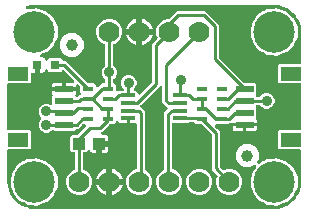
<source format=gbr>
G04 EAGLE Gerber RS-274X export*
G75*
%MOMM*%
%FSLAX34Y34*%
%LPD*%
%INTop Copper*%
%IPPOS*%
%AMOC8*
5,1,8,0,0,1.08239X$1,22.5*%
G01*
%ADD10C,3.516000*%
%ADD11R,1.550000X0.600000*%
%ADD12R,1.800000X1.200000*%
%ADD13C,1.000000*%
%ADD14C,1.778000*%
%ADD15R,1.075000X1.000000*%
%ADD16R,0.800000X0.800000*%
%ADD17R,0.900000X0.450000*%
%ADD18R,1.200000X0.304800*%
%ADD19C,0.254000*%
%ADD20C,0.906400*%

G36*
X228622Y2543D02*
X228622Y2543D01*
X228700Y2545D01*
X232077Y2810D01*
X232145Y2824D01*
X232214Y2829D01*
X232370Y2869D01*
X238794Y4956D01*
X238901Y5006D01*
X239012Y5050D01*
X239063Y5083D01*
X239082Y5091D01*
X239097Y5104D01*
X239148Y5136D01*
X244612Y9107D01*
X244699Y9188D01*
X244746Y9227D01*
X244752Y9231D01*
X244753Y9233D01*
X244791Y9264D01*
X244829Y9310D01*
X244844Y9324D01*
X244855Y9342D01*
X244893Y9388D01*
X246586Y11717D01*
X246599Y11741D01*
X246616Y11761D01*
X246675Y11880D01*
X246739Y11996D01*
X246746Y12022D01*
X246758Y12046D01*
X246785Y12174D01*
X246799Y12185D01*
X246823Y12196D01*
X246925Y12281D01*
X247031Y12361D01*
X247048Y12381D01*
X247068Y12398D01*
X247171Y12522D01*
X248864Y14852D01*
X248921Y14956D01*
X248985Y15056D01*
X249007Y15113D01*
X249017Y15131D01*
X249022Y15151D01*
X249044Y15206D01*
X251131Y21630D01*
X251144Y21698D01*
X251167Y21764D01*
X251190Y21923D01*
X251455Y25300D01*
X251455Y25304D01*
X251456Y25307D01*
X251455Y25326D01*
X251459Y25400D01*
X251459Y51598D01*
X251444Y51716D01*
X251437Y51835D01*
X251424Y51873D01*
X251419Y51914D01*
X251376Y52024D01*
X251339Y52137D01*
X251317Y52172D01*
X251302Y52209D01*
X251233Y52305D01*
X251169Y52406D01*
X251139Y52434D01*
X251116Y52467D01*
X251024Y52543D01*
X250937Y52624D01*
X250902Y52644D01*
X250871Y52669D01*
X250763Y52720D01*
X250659Y52778D01*
X250619Y52788D01*
X250583Y52805D01*
X250466Y52827D01*
X250351Y52857D01*
X250291Y52861D01*
X250271Y52865D01*
X250250Y52863D01*
X250190Y52867D01*
X232618Y52867D01*
X231427Y54058D01*
X231427Y67742D01*
X232618Y68933D01*
X250190Y68933D01*
X250308Y68948D01*
X250427Y68955D01*
X250465Y68968D01*
X250506Y68973D01*
X250616Y69016D01*
X250729Y69053D01*
X250764Y69075D01*
X250801Y69090D01*
X250897Y69159D01*
X250998Y69223D01*
X251026Y69253D01*
X251059Y69276D01*
X251135Y69368D01*
X251216Y69455D01*
X251236Y69490D01*
X251261Y69521D01*
X251312Y69629D01*
X251370Y69733D01*
X251380Y69773D01*
X251397Y69809D01*
X251419Y69926D01*
X251449Y70041D01*
X251453Y70101D01*
X251457Y70121D01*
X251455Y70142D01*
X251459Y70202D01*
X251459Y107598D01*
X251444Y107716D01*
X251437Y107835D01*
X251424Y107873D01*
X251419Y107914D01*
X251376Y108024D01*
X251339Y108137D01*
X251317Y108172D01*
X251302Y108209D01*
X251233Y108305D01*
X251169Y108406D01*
X251139Y108434D01*
X251116Y108467D01*
X251024Y108543D01*
X250937Y108624D01*
X250902Y108644D01*
X250871Y108669D01*
X250763Y108720D01*
X250659Y108778D01*
X250619Y108788D01*
X250583Y108805D01*
X250466Y108827D01*
X250351Y108857D01*
X250291Y108861D01*
X250271Y108865D01*
X250250Y108863D01*
X250190Y108867D01*
X232618Y108867D01*
X231427Y110058D01*
X231427Y123742D01*
X232618Y124933D01*
X250190Y124933D01*
X250308Y124948D01*
X250427Y124955D01*
X250465Y124968D01*
X250506Y124973D01*
X250616Y125016D01*
X250729Y125053D01*
X250764Y125075D01*
X250801Y125090D01*
X250897Y125159D01*
X250998Y125223D01*
X251026Y125253D01*
X251059Y125276D01*
X251135Y125368D01*
X251216Y125455D01*
X251236Y125490D01*
X251261Y125521D01*
X251312Y125629D01*
X251370Y125733D01*
X251380Y125773D01*
X251397Y125809D01*
X251419Y125926D01*
X251449Y126041D01*
X251453Y126101D01*
X251457Y126121D01*
X251455Y126142D01*
X251459Y126202D01*
X251459Y152400D01*
X251457Y152422D01*
X251455Y152500D01*
X251190Y155877D01*
X251176Y155945D01*
X251171Y156014D01*
X251131Y156170D01*
X249044Y162594D01*
X248993Y162701D01*
X248950Y162812D01*
X248917Y162863D01*
X248909Y162882D01*
X248896Y162897D01*
X248864Y162948D01*
X247171Y165278D01*
X247153Y165297D01*
X247139Y165320D01*
X247044Y165413D01*
X246953Y165509D01*
X246931Y165524D01*
X246912Y165542D01*
X246798Y165608D01*
X246792Y165624D01*
X246789Y165651D01*
X246740Y165775D01*
X246697Y165900D01*
X246682Y165922D01*
X246672Y165947D01*
X246586Y166083D01*
X244893Y168412D01*
X244812Y168499D01*
X244736Y168591D01*
X244690Y168629D01*
X244676Y168644D01*
X244658Y168655D01*
X244612Y168693D01*
X239148Y172664D01*
X239044Y172721D01*
X238944Y172785D01*
X238887Y172807D01*
X238869Y172817D01*
X238849Y172822D01*
X238794Y172844D01*
X232370Y174931D01*
X232302Y174944D01*
X232236Y174967D01*
X232077Y174990D01*
X228700Y175255D01*
X228678Y175254D01*
X228600Y175259D01*
X25400Y175259D01*
X25378Y175257D01*
X25300Y175255D01*
X21923Y174990D01*
X21855Y174976D01*
X21786Y174971D01*
X21630Y174931D01*
X18892Y174041D01*
X18867Y174030D01*
X18842Y174024D01*
X18724Y173963D01*
X18604Y173906D01*
X18583Y173889D01*
X18560Y173877D01*
X18461Y173788D01*
X18359Y173703D01*
X18343Y173682D01*
X18323Y173664D01*
X18250Y173554D01*
X18172Y173446D01*
X18162Y173421D01*
X18147Y173399D01*
X18104Y173274D01*
X18055Y173151D01*
X18051Y173124D01*
X18042Y173099D01*
X18031Y172967D01*
X18015Y172835D01*
X18018Y172809D01*
X18016Y172782D01*
X18038Y172651D01*
X18054Y172519D01*
X18064Y172495D01*
X18068Y172468D01*
X18122Y172347D01*
X18171Y172224D01*
X18187Y172202D01*
X18198Y172178D01*
X18280Y172073D01*
X18358Y171966D01*
X18378Y171949D01*
X18395Y171928D01*
X18501Y171848D01*
X18603Y171763D01*
X18627Y171752D01*
X18648Y171736D01*
X18770Y171684D01*
X18890Y171628D01*
X18917Y171623D01*
X18941Y171612D01*
X19072Y171593D01*
X19203Y171568D01*
X19229Y171569D01*
X19256Y171565D01*
X19416Y171572D01*
X20598Y171696D01*
X20698Y171720D01*
X20799Y171734D01*
X20887Y171764D01*
X20908Y171769D01*
X20920Y171775D01*
X20951Y171786D01*
X21499Y172013D01*
X23543Y172013D01*
X23560Y172015D01*
X23676Y172020D01*
X27504Y172422D01*
X28573Y172075D01*
X28690Y172053D01*
X28805Y172023D01*
X28865Y172019D01*
X28885Y172015D01*
X28906Y172017D01*
X28965Y172013D01*
X29301Y172013D01*
X31209Y171223D01*
X31230Y171217D01*
X31302Y171188D01*
X35466Y169835D01*
X36078Y169285D01*
X36188Y169208D01*
X36297Y169126D01*
X36327Y169111D01*
X36339Y169103D01*
X36359Y169096D01*
X36441Y169055D01*
X36510Y169027D01*
X37805Y167732D01*
X37819Y167721D01*
X37853Y167686D01*
X41687Y164234D01*
X41900Y163756D01*
X41979Y163626D01*
X42250Y162972D01*
X42255Y162963D01*
X42263Y162941D01*
X45092Y156586D01*
X45092Y148214D01*
X42263Y141859D01*
X42260Y141849D01*
X42250Y141828D01*
X41994Y141211D01*
X41975Y141187D01*
X41970Y141179D01*
X41968Y141175D01*
X41963Y141165D01*
X41900Y141044D01*
X41687Y140566D01*
X37853Y137114D01*
X37841Y137100D01*
X37804Y137068D01*
X36510Y135773D01*
X36441Y135745D01*
X36324Y135678D01*
X36204Y135615D01*
X36177Y135594D01*
X36165Y135587D01*
X36149Y135572D01*
X36078Y135515D01*
X35466Y134965D01*
X31302Y133612D01*
X31283Y133603D01*
X31209Y133577D01*
X30883Y133443D01*
X30823Y133408D01*
X30758Y133382D01*
X30685Y133330D01*
X30607Y133285D01*
X30557Y133236D01*
X30500Y133196D01*
X30443Y133126D01*
X30379Y133064D01*
X30342Y133004D01*
X30298Y132951D01*
X30259Y132869D01*
X30212Y132793D01*
X30192Y132726D01*
X30162Y132663D01*
X30145Y132575D01*
X30119Y132489D01*
X30115Y132419D01*
X30102Y132350D01*
X30108Y132261D01*
X30104Y132171D01*
X30118Y132103D01*
X30122Y132033D01*
X30150Y131948D01*
X30168Y131860D01*
X30199Y131797D01*
X30220Y131731D01*
X30268Y131655D01*
X30308Y131574D01*
X30353Y131521D01*
X30390Y131462D01*
X30456Y131400D01*
X30514Y131332D01*
X30571Y131292D01*
X30622Y131244D01*
X30701Y131201D01*
X30774Y131149D01*
X30839Y131124D01*
X30900Y131090D01*
X30987Y131068D01*
X31071Y131036D01*
X31141Y131028D01*
X31208Y131011D01*
X31369Y131001D01*
X32394Y131001D01*
X33041Y130828D01*
X33620Y130493D01*
X34093Y130020D01*
X34428Y129441D01*
X34532Y129051D01*
X34590Y128909D01*
X34646Y128768D01*
X34650Y128763D01*
X34652Y128756D01*
X34743Y128634D01*
X34832Y128511D01*
X34838Y128506D01*
X34842Y128501D01*
X34959Y128406D01*
X35077Y128308D01*
X35084Y128305D01*
X35089Y128301D01*
X35228Y128237D01*
X35365Y128172D01*
X35372Y128171D01*
X35378Y128168D01*
X35529Y128141D01*
X35678Y128113D01*
X35684Y128113D01*
X35691Y128112D01*
X35843Y128123D01*
X35995Y128132D01*
X36001Y128135D01*
X36008Y128135D01*
X36154Y128184D01*
X36297Y128230D01*
X36303Y128234D01*
X36310Y128236D01*
X36438Y128319D01*
X36566Y128401D01*
X36571Y128406D01*
X36576Y128409D01*
X36679Y128520D01*
X36784Y128632D01*
X36787Y128638D01*
X36792Y128643D01*
X36864Y128777D01*
X36938Y128911D01*
X36939Y128917D01*
X36942Y128923D01*
X36979Y129072D01*
X37017Y129219D01*
X37018Y129228D01*
X37019Y129232D01*
X37019Y129243D01*
X37022Y129297D01*
X38218Y130493D01*
X47902Y130493D01*
X49093Y129302D01*
X49093Y129032D01*
X49108Y128914D01*
X49115Y128795D01*
X49128Y128757D01*
X49133Y128716D01*
X49176Y128606D01*
X49213Y128493D01*
X49235Y128458D01*
X49250Y128421D01*
X49319Y128325D01*
X49383Y128224D01*
X49413Y128196D01*
X49436Y128163D01*
X49528Y128087D01*
X49615Y128006D01*
X49650Y127986D01*
X49681Y127961D01*
X49789Y127910D01*
X49893Y127852D01*
X49933Y127842D01*
X49969Y127825D01*
X50086Y127803D01*
X50201Y127773D01*
X50261Y127769D01*
X50281Y127765D01*
X50302Y127767D01*
X50362Y127763D01*
X52223Y127763D01*
X70891Y109094D01*
X70970Y109034D01*
X71042Y108966D01*
X71095Y108937D01*
X71143Y108900D01*
X71234Y108860D01*
X71320Y108812D01*
X71379Y108797D01*
X71434Y108773D01*
X71532Y108758D01*
X71628Y108733D01*
X71728Y108727D01*
X71749Y108723D01*
X71761Y108725D01*
X71789Y108723D01*
X76217Y108723D01*
X77408Y107532D01*
X77408Y106733D01*
X77425Y106595D01*
X77438Y106456D01*
X77445Y106437D01*
X77448Y106417D01*
X77499Y106288D01*
X77546Y106157D01*
X77557Y106140D01*
X77565Y106122D01*
X77646Y106009D01*
X77724Y105894D01*
X77740Y105881D01*
X77751Y105864D01*
X77859Y105775D01*
X77963Y105683D01*
X77981Y105674D01*
X77996Y105661D01*
X78122Y105602D01*
X78246Y105539D01*
X78266Y105534D01*
X78284Y105526D01*
X78420Y105500D01*
X78556Y105469D01*
X78577Y105470D01*
X78596Y105466D01*
X78735Y105475D01*
X78874Y105479D01*
X78894Y105485D01*
X78914Y105486D01*
X79046Y105529D01*
X79180Y105567D01*
X79197Y105578D01*
X79216Y105584D01*
X79334Y105658D01*
X79454Y105729D01*
X79475Y105747D01*
X79485Y105754D01*
X79499Y105769D01*
X79574Y105835D01*
X81640Y107901D01*
X81719Y107958D01*
X81804Y108008D01*
X81879Y108074D01*
X81896Y108086D01*
X81904Y108096D01*
X81925Y108114D01*
X82533Y108723D01*
X84328Y108723D01*
X84446Y108738D01*
X84565Y108745D01*
X84603Y108758D01*
X84644Y108763D01*
X84754Y108806D01*
X84867Y108843D01*
X84902Y108865D01*
X84939Y108880D01*
X85035Y108949D01*
X85136Y109013D01*
X85164Y109043D01*
X85197Y109066D01*
X85273Y109158D01*
X85354Y109245D01*
X85374Y109280D01*
X85399Y109311D01*
X85450Y109419D01*
X85508Y109523D01*
X85518Y109563D01*
X85535Y109599D01*
X85557Y109716D01*
X85587Y109831D01*
X85591Y109891D01*
X85595Y109911D01*
X85593Y109932D01*
X85597Y109992D01*
X85597Y111603D01*
X85585Y111701D01*
X85582Y111800D01*
X85565Y111858D01*
X85557Y111919D01*
X85521Y112011D01*
X85493Y112106D01*
X85463Y112158D01*
X85440Y112214D01*
X85382Y112294D01*
X85332Y112380D01*
X85266Y112455D01*
X85254Y112472D01*
X85244Y112479D01*
X85226Y112501D01*
X83335Y114391D01*
X82335Y116804D01*
X82335Y119416D01*
X83335Y121829D01*
X85226Y123719D01*
X85286Y123798D01*
X85354Y123870D01*
X85383Y123923D01*
X85420Y123971D01*
X85460Y124062D01*
X85508Y124148D01*
X85523Y124207D01*
X85547Y124263D01*
X85562Y124361D01*
X85587Y124456D01*
X85593Y124556D01*
X85597Y124577D01*
X85595Y124589D01*
X85597Y124617D01*
X85597Y141097D01*
X85594Y141127D01*
X85596Y141156D01*
X85574Y141284D01*
X85557Y141413D01*
X85547Y141440D01*
X85542Y141469D01*
X85488Y141588D01*
X85440Y141709D01*
X85423Y141732D01*
X85411Y141759D01*
X85330Y141861D01*
X85254Y141966D01*
X85231Y141985D01*
X85212Y142008D01*
X85109Y142086D01*
X85009Y142169D01*
X84982Y142181D01*
X84958Y142199D01*
X84814Y142270D01*
X82713Y143140D01*
X79640Y146213D01*
X77977Y150227D01*
X77977Y154573D01*
X79640Y158587D01*
X82713Y161660D01*
X86727Y163323D01*
X91073Y163323D01*
X95087Y161660D01*
X98160Y158587D01*
X99823Y154573D01*
X99823Y150227D01*
X98160Y146213D01*
X95087Y143140D01*
X92986Y142270D01*
X92961Y142255D01*
X92933Y142246D01*
X92823Y142177D01*
X92710Y142112D01*
X92689Y142092D01*
X92664Y142076D01*
X92575Y141981D01*
X92482Y141891D01*
X92466Y141866D01*
X92446Y141844D01*
X92383Y141731D01*
X92315Y141620D01*
X92307Y141592D01*
X92292Y141566D01*
X92260Y141440D01*
X92222Y141316D01*
X92220Y141287D01*
X92213Y141258D01*
X92203Y141097D01*
X92203Y124617D01*
X92215Y124519D01*
X92218Y124420D01*
X92235Y124362D01*
X92243Y124301D01*
X92279Y124209D01*
X92307Y124114D01*
X92337Y124062D01*
X92360Y124006D01*
X92418Y123926D01*
X92468Y123840D01*
X92534Y123765D01*
X92546Y123748D01*
X92556Y123741D01*
X92574Y123719D01*
X94465Y121829D01*
X95465Y119416D01*
X95465Y116804D01*
X94465Y114391D01*
X92574Y112501D01*
X92514Y112422D01*
X92446Y112350D01*
X92417Y112297D01*
X92380Y112249D01*
X92340Y112158D01*
X92292Y112072D01*
X92277Y112013D01*
X92253Y111957D01*
X92238Y111859D01*
X92213Y111764D01*
X92207Y111664D01*
X92203Y111643D01*
X92205Y111631D01*
X92203Y111603D01*
X92203Y109992D01*
X92218Y109874D01*
X92225Y109755D01*
X92238Y109717D01*
X92243Y109676D01*
X92286Y109566D01*
X92323Y109453D01*
X92345Y109418D01*
X92360Y109381D01*
X92429Y109285D01*
X92493Y109184D01*
X92523Y109156D01*
X92546Y109123D01*
X92638Y109047D01*
X92725Y108966D01*
X92760Y108946D01*
X92791Y108921D01*
X92899Y108870D01*
X93003Y108812D01*
X93043Y108802D01*
X93079Y108785D01*
X93173Y108767D01*
X94408Y107532D01*
X94408Y103222D01*
X94423Y103104D01*
X94430Y102985D01*
X94443Y102947D01*
X94448Y102906D01*
X94492Y102795D01*
X94528Y102683D01*
X94550Y102648D01*
X94565Y102611D01*
X94634Y102515D01*
X94698Y102414D01*
X94728Y102386D01*
X94751Y102353D01*
X94843Y102277D01*
X94930Y102196D01*
X94965Y102176D01*
X94996Y102151D01*
X95104Y102100D01*
X95208Y102042D01*
X95248Y102032D01*
X95284Y102015D01*
X95401Y101993D01*
X95516Y101963D01*
X95576Y101959D01*
X95596Y101955D01*
X95617Y101957D01*
X95677Y101953D01*
X97378Y101953D01*
X97477Y101965D01*
X97576Y101968D01*
X97634Y101985D01*
X97694Y101993D01*
X97786Y102029D01*
X97881Y102057D01*
X97933Y102087D01*
X97990Y102110D01*
X98070Y102168D01*
X98136Y102207D01*
X100075Y102207D01*
X100213Y102224D01*
X100351Y102237D01*
X100370Y102244D01*
X100391Y102247D01*
X100520Y102298D01*
X100651Y102345D01*
X100668Y102356D01*
X100686Y102364D01*
X100799Y102445D01*
X100914Y102523D01*
X100927Y102539D01*
X100944Y102550D01*
X101032Y102658D01*
X101124Y102762D01*
X101134Y102780D01*
X101146Y102795D01*
X101206Y102921D01*
X101269Y103045D01*
X101273Y103065D01*
X101282Y103083D01*
X101308Y103220D01*
X101339Y103355D01*
X101338Y103376D01*
X101342Y103395D01*
X101333Y103534D01*
X101329Y103673D01*
X101323Y103693D01*
X101322Y103713D01*
X101279Y103845D01*
X101241Y103979D01*
X101230Y103996D01*
X101224Y104015D01*
X101150Y104133D01*
X101079Y104253D01*
X101060Y104274D01*
X101054Y104284D01*
X101039Y104298D01*
X100973Y104373D01*
X99845Y105501D01*
X98845Y107914D01*
X98845Y110526D01*
X99845Y112939D01*
X101691Y114785D01*
X104104Y115785D01*
X106716Y115785D01*
X109129Y114785D01*
X110975Y112939D01*
X111975Y110526D01*
X111975Y107914D01*
X110975Y105501D01*
X109847Y104373D01*
X109762Y104264D01*
X109674Y104157D01*
X109665Y104138D01*
X109652Y104122D01*
X109597Y103995D01*
X109538Y103869D01*
X109534Y103849D01*
X109526Y103830D01*
X109504Y103692D01*
X109478Y103556D01*
X109479Y103536D01*
X109476Y103516D01*
X109489Y103377D01*
X109498Y103239D01*
X109504Y103220D01*
X109506Y103200D01*
X109553Y103068D01*
X109596Y102937D01*
X109607Y102919D01*
X109614Y102900D01*
X109692Y102785D01*
X109766Y102668D01*
X109781Y102654D01*
X109792Y102637D01*
X109897Y102545D01*
X109998Y102450D01*
X110015Y102440D01*
X110031Y102427D01*
X110155Y102363D01*
X110276Y102296D01*
X110296Y102291D01*
X110314Y102282D01*
X110450Y102252D01*
X110584Y102217D01*
X110612Y102215D01*
X110624Y102212D01*
X110645Y102213D01*
X110745Y102207D01*
X111842Y102207D01*
X113033Y101016D01*
X113033Y100448D01*
X113050Y100310D01*
X113063Y100171D01*
X113070Y100152D01*
X113073Y100132D01*
X113124Y100003D01*
X113171Y99872D01*
X113182Y99855D01*
X113190Y99837D01*
X113271Y99724D01*
X113349Y99609D01*
X113365Y99596D01*
X113376Y99579D01*
X113484Y99491D01*
X113588Y99398D01*
X113606Y99389D01*
X113621Y99376D01*
X113747Y99317D01*
X113871Y99254D01*
X113891Y99249D01*
X113909Y99241D01*
X114045Y99215D01*
X114181Y99184D01*
X114202Y99185D01*
X114221Y99181D01*
X114360Y99190D01*
X114499Y99194D01*
X114519Y99200D01*
X114539Y99201D01*
X114671Y99244D01*
X114805Y99282D01*
X114822Y99293D01*
X114841Y99299D01*
X114959Y99373D01*
X115079Y99444D01*
X115100Y99462D01*
X115110Y99469D01*
X115124Y99484D01*
X115199Y99550D01*
X124596Y108946D01*
X124656Y109025D01*
X124724Y109097D01*
X124753Y109150D01*
X124790Y109198D01*
X124830Y109289D01*
X124878Y109375D01*
X124893Y109434D01*
X124917Y109489D01*
X124932Y109587D01*
X124957Y109683D01*
X124963Y109783D01*
X124967Y109804D01*
X124965Y109816D01*
X124967Y109844D01*
X124967Y142338D01*
X129372Y146743D01*
X129391Y146767D01*
X129413Y146786D01*
X129487Y146892D01*
X129567Y146994D01*
X129579Y147022D01*
X129596Y147046D01*
X129642Y147167D01*
X129694Y147286D01*
X129698Y147315D01*
X129709Y147343D01*
X129723Y147472D01*
X129744Y147600D01*
X129741Y147630D01*
X129744Y147659D01*
X129726Y147788D01*
X129714Y147917D01*
X129704Y147945D01*
X129700Y147974D01*
X129648Y148126D01*
X128777Y150227D01*
X128777Y154573D01*
X130440Y158587D01*
X133513Y161660D01*
X137527Y163323D01*
X139076Y163323D01*
X139174Y163335D01*
X139273Y163338D01*
X139332Y163355D01*
X139392Y163363D01*
X139484Y163399D01*
X139579Y163427D01*
X139631Y163457D01*
X139687Y163480D01*
X139767Y163538D01*
X139853Y163588D01*
X139928Y163654D01*
X139945Y163666D01*
X139953Y163676D01*
X139974Y163694D01*
X143646Y167366D01*
X145952Y169673D01*
X170278Y169673D01*
X181363Y158588D01*
X181363Y131194D01*
X181375Y131095D01*
X181378Y130997D01*
X181395Y130938D01*
X181403Y130878D01*
X181439Y130786D01*
X181467Y130691D01*
X181497Y130639D01*
X181520Y130583D01*
X181578Y130503D01*
X181628Y130417D01*
X181694Y130342D01*
X181706Y130325D01*
X181716Y130317D01*
X181734Y130296D01*
X202726Y109304D01*
X202805Y109244D01*
X202877Y109176D01*
X202930Y109147D01*
X202978Y109110D01*
X203069Y109070D01*
X203155Y109022D01*
X203214Y109007D01*
X203269Y108983D01*
X203367Y108968D01*
X203463Y108943D01*
X203563Y108937D01*
X203584Y108933D01*
X203596Y108935D01*
X203624Y108933D01*
X212052Y108933D01*
X213243Y107742D01*
X213243Y100058D01*
X212982Y99797D01*
X212909Y99703D01*
X212830Y99614D01*
X212812Y99578D01*
X212787Y99546D01*
X212740Y99437D01*
X212686Y99331D01*
X212677Y99292D01*
X212661Y99254D01*
X212642Y99136D01*
X212616Y99021D01*
X212617Y98980D01*
X212611Y98940D01*
X212622Y98822D01*
X212626Y98703D01*
X212637Y98664D01*
X212641Y98624D01*
X212681Y98511D01*
X212714Y98397D01*
X212735Y98362D01*
X212748Y98324D01*
X212815Y98226D01*
X212876Y98123D01*
X212916Y98078D01*
X212927Y98061D01*
X212942Y98048D01*
X212982Y98002D01*
X213410Y97574D01*
X213488Y97514D01*
X213561Y97446D01*
X213614Y97417D01*
X213661Y97380D01*
X213752Y97340D01*
X213839Y97292D01*
X213898Y97277D01*
X213953Y97253D01*
X214051Y97238D01*
X214147Y97213D01*
X214247Y97207D01*
X214267Y97203D01*
X214280Y97205D01*
X214308Y97203D01*
X215663Y97203D01*
X215761Y97215D01*
X215860Y97218D01*
X215918Y97235D01*
X215979Y97243D01*
X216071Y97279D01*
X216166Y97307D01*
X216218Y97337D01*
X216274Y97360D01*
X216354Y97418D01*
X216440Y97468D01*
X216515Y97534D01*
X216532Y97546D01*
X216539Y97556D01*
X216561Y97574D01*
X218531Y99545D01*
X220944Y100545D01*
X223556Y100545D01*
X225969Y99545D01*
X227815Y97699D01*
X228815Y95286D01*
X228815Y92674D01*
X227815Y90261D01*
X225969Y88415D01*
X223556Y87415D01*
X220944Y87415D01*
X218531Y88415D01*
X216721Y90226D01*
X216642Y90286D01*
X216570Y90354D01*
X216517Y90383D01*
X216469Y90420D01*
X216378Y90460D01*
X216292Y90508D01*
X216233Y90523D01*
X216177Y90547D01*
X216079Y90562D01*
X215984Y90587D01*
X215884Y90593D01*
X215863Y90597D01*
X215851Y90595D01*
X215823Y90597D01*
X214308Y90597D01*
X214209Y90585D01*
X214110Y90582D01*
X214052Y90565D01*
X213992Y90557D01*
X213900Y90521D01*
X213805Y90493D01*
X213753Y90463D01*
X213696Y90440D01*
X213616Y90382D01*
X213531Y90332D01*
X213456Y90266D01*
X213439Y90254D01*
X213431Y90244D01*
X213410Y90225D01*
X212982Y89797D01*
X212909Y89703D01*
X212830Y89614D01*
X212812Y89578D01*
X212787Y89546D01*
X212740Y89437D01*
X212686Y89331D01*
X212677Y89291D01*
X212661Y89254D01*
X212642Y89137D01*
X212616Y89021D01*
X212617Y88980D01*
X212611Y88940D01*
X212622Y88821D01*
X212626Y88703D01*
X212637Y88664D01*
X212641Y88624D01*
X212681Y88512D01*
X212714Y88397D01*
X212735Y88362D01*
X212749Y88324D01*
X212815Y88226D01*
X212876Y88123D01*
X212916Y88078D01*
X212927Y88061D01*
X212942Y88048D01*
X212982Y88002D01*
X213243Y87742D01*
X213243Y80033D01*
X213189Y79973D01*
X213171Y79937D01*
X213146Y79905D01*
X213099Y79796D01*
X213045Y79689D01*
X213036Y79650D01*
X213020Y79614D01*
X213001Y79496D01*
X212975Y79379D01*
X212977Y79339D01*
X212970Y79300D01*
X212981Y79181D01*
X212985Y79061D01*
X212996Y79023D01*
X213000Y78983D01*
X213040Y78871D01*
X213074Y78756D01*
X213094Y78721D01*
X213108Y78684D01*
X213155Y78614D01*
X213160Y78605D01*
X213578Y77881D01*
X213751Y77234D01*
X213751Y75399D01*
X203690Y75399D01*
X203572Y75384D01*
X203453Y75377D01*
X203446Y75375D01*
X203390Y75389D01*
X203330Y75393D01*
X203310Y75397D01*
X203290Y75395D01*
X203230Y75399D01*
X192356Y75399D01*
X192258Y75387D01*
X192159Y75384D01*
X192100Y75367D01*
X192040Y75359D01*
X191948Y75323D01*
X191853Y75295D01*
X191801Y75265D01*
X191745Y75242D01*
X191665Y75184D01*
X191585Y75137D01*
X191243Y75137D01*
X191145Y75125D01*
X191046Y75122D01*
X190987Y75105D01*
X190927Y75097D01*
X190835Y75061D01*
X190740Y75033D01*
X190688Y75003D01*
X190632Y74980D01*
X190551Y74922D01*
X190466Y74872D01*
X190391Y74806D01*
X190374Y74794D01*
X190366Y74784D01*
X190345Y74766D01*
X189737Y74157D01*
X179413Y74157D01*
X179275Y74140D01*
X179136Y74127D01*
X179117Y74120D01*
X179097Y74117D01*
X178968Y74066D01*
X178837Y74019D01*
X178820Y74008D01*
X178802Y74000D01*
X178689Y73919D01*
X178574Y73841D01*
X178561Y73825D01*
X178544Y73814D01*
X178455Y73706D01*
X178363Y73602D01*
X178354Y73584D01*
X178341Y73569D01*
X178282Y73443D01*
X178219Y73319D01*
X178214Y73299D01*
X178206Y73281D01*
X178180Y73144D01*
X178149Y73009D01*
X178150Y72988D01*
X178146Y72969D01*
X178155Y72830D01*
X178159Y72691D01*
X178165Y72671D01*
X178166Y72651D01*
X178209Y72519D01*
X178247Y72385D01*
X178258Y72368D01*
X178264Y72349D01*
X178338Y72231D01*
X178409Y72111D01*
X178427Y72090D01*
X178434Y72080D01*
X178449Y72066D01*
X178515Y71991D01*
X180066Y70439D01*
X182373Y68133D01*
X182373Y38724D01*
X182385Y38626D01*
X182388Y38527D01*
X182405Y38468D01*
X182413Y38408D01*
X182449Y38316D01*
X182477Y38221D01*
X182507Y38169D01*
X182530Y38113D01*
X182588Y38033D01*
X182638Y37947D01*
X182704Y37872D01*
X182716Y37855D01*
X182726Y37847D01*
X182744Y37826D01*
X184843Y35728D01*
X184867Y35709D01*
X184886Y35687D01*
X184992Y35612D01*
X185094Y35533D01*
X185122Y35521D01*
X185146Y35504D01*
X185267Y35458D01*
X185386Y35406D01*
X185415Y35402D01*
X185443Y35391D01*
X185572Y35377D01*
X185700Y35356D01*
X185730Y35359D01*
X185759Y35356D01*
X185888Y35374D01*
X186017Y35386D01*
X186045Y35396D01*
X186074Y35400D01*
X186226Y35452D01*
X188327Y36323D01*
X192673Y36323D01*
X196687Y34660D01*
X199760Y31587D01*
X201423Y27573D01*
X201423Y23227D01*
X199760Y19213D01*
X196687Y16140D01*
X192673Y14477D01*
X188327Y14477D01*
X184313Y16140D01*
X181240Y19213D01*
X179577Y23227D01*
X179577Y27573D01*
X180448Y29674D01*
X180455Y29702D01*
X180469Y29728D01*
X180497Y29855D01*
X180531Y29980D01*
X180532Y30010D01*
X180538Y30039D01*
X180534Y30168D01*
X180537Y30298D01*
X180530Y30327D01*
X180529Y30357D01*
X180493Y30481D01*
X180462Y30608D01*
X180449Y30634D01*
X180440Y30662D01*
X180375Y30774D01*
X180314Y30889D01*
X180294Y30911D01*
X180279Y30936D01*
X180172Y31057D01*
X175767Y35462D01*
X175767Y64871D01*
X175755Y64969D01*
X175752Y65068D01*
X175735Y65127D01*
X175727Y65187D01*
X175691Y65279D01*
X175663Y65374D01*
X175633Y65426D01*
X175610Y65482D01*
X175552Y65562D01*
X175502Y65648D01*
X175436Y65723D01*
X175424Y65740D01*
X175414Y65748D01*
X175396Y65769D01*
X167379Y73786D01*
X167300Y73846D01*
X167228Y73914D01*
X167175Y73943D01*
X167127Y73980D01*
X167036Y74020D01*
X166950Y74068D01*
X166891Y74083D01*
X166836Y74107D01*
X166738Y74122D01*
X166642Y74147D01*
X166542Y74153D01*
X166522Y74157D01*
X166509Y74155D01*
X166481Y74157D01*
X162053Y74157D01*
X160735Y75476D01*
X160656Y75536D01*
X160584Y75604D01*
X160531Y75633D01*
X160483Y75670D01*
X160393Y75710D01*
X160306Y75758D01*
X160247Y75773D01*
X160192Y75797D01*
X160094Y75812D01*
X159998Y75837D01*
X159898Y75843D01*
X159878Y75847D01*
X159865Y75845D01*
X159837Y75847D01*
X156622Y75847D01*
X156524Y75835D01*
X156425Y75832D01*
X156366Y75815D01*
X156306Y75807D01*
X156214Y75771D01*
X156119Y75743D01*
X156067Y75713D01*
X156011Y75690D01*
X155930Y75632D01*
X155864Y75593D01*
X143002Y75593D01*
X142884Y75578D01*
X142765Y75571D01*
X142727Y75558D01*
X142686Y75553D01*
X142576Y75510D01*
X142463Y75473D01*
X142428Y75451D01*
X142391Y75436D01*
X142295Y75367D01*
X142194Y75303D01*
X142166Y75273D01*
X142133Y75250D01*
X142057Y75158D01*
X141976Y75071D01*
X141956Y75036D01*
X141931Y75005D01*
X141880Y74897D01*
X141822Y74793D01*
X141812Y74753D01*
X141795Y74717D01*
X141773Y74600D01*
X141743Y74485D01*
X141739Y74425D01*
X141735Y74405D01*
X141737Y74384D01*
X141733Y74324D01*
X141733Y37229D01*
X141736Y37200D01*
X141734Y37170D01*
X141756Y37042D01*
X141773Y36913D01*
X141783Y36886D01*
X141788Y36857D01*
X141842Y36738D01*
X141890Y36618D01*
X141907Y36594D01*
X141919Y36567D01*
X142000Y36465D01*
X142076Y36360D01*
X142099Y36341D01*
X142118Y36318D01*
X142221Y36240D01*
X142321Y36157D01*
X142348Y36145D01*
X142372Y36127D01*
X142516Y36056D01*
X145887Y34660D01*
X148960Y31587D01*
X150623Y27573D01*
X150623Y23227D01*
X148960Y19213D01*
X145887Y16140D01*
X141873Y14477D01*
X137527Y14477D01*
X133513Y16140D01*
X130440Y19213D01*
X128777Y23227D01*
X128777Y27573D01*
X130440Y31587D01*
X133513Y34660D01*
X134344Y35004D01*
X134369Y35019D01*
X134397Y35028D01*
X134507Y35097D01*
X134620Y35162D01*
X134641Y35182D01*
X134666Y35198D01*
X134755Y35292D01*
X134848Y35383D01*
X134864Y35408D01*
X134884Y35430D01*
X134947Y35543D01*
X135015Y35654D01*
X135023Y35682D01*
X135038Y35708D01*
X135070Y35834D01*
X135108Y35958D01*
X135110Y35987D01*
X135117Y36016D01*
X135127Y36177D01*
X135127Y83918D01*
X137942Y86733D01*
X138015Y86827D01*
X138093Y86916D01*
X138112Y86952D01*
X138137Y86984D01*
X138184Y87093D01*
X138238Y87199D01*
X138247Y87238D01*
X138263Y87276D01*
X138282Y87393D01*
X138308Y87509D01*
X138307Y87550D01*
X138313Y87590D01*
X138302Y87708D01*
X138298Y87827D01*
X138287Y87866D01*
X138283Y87906D01*
X138243Y88018D01*
X138210Y88133D01*
X138189Y88168D01*
X138175Y88206D01*
X138108Y88304D01*
X138048Y88407D01*
X138008Y88452D01*
X137997Y88469D01*
X137982Y88482D01*
X137942Y88528D01*
X136164Y90306D01*
X133857Y92612D01*
X133857Y105802D01*
X133840Y105940D01*
X133827Y106079D01*
X133820Y106098D01*
X133817Y106118D01*
X133766Y106247D01*
X133719Y106378D01*
X133708Y106395D01*
X133700Y106413D01*
X133619Y106526D01*
X133541Y106641D01*
X133525Y106654D01*
X133514Y106671D01*
X133406Y106760D01*
X133302Y106852D01*
X133284Y106861D01*
X133269Y106874D01*
X133143Y106933D01*
X133019Y106996D01*
X132999Y107001D01*
X132981Y107009D01*
X132845Y107035D01*
X132709Y107066D01*
X132688Y107065D01*
X132669Y107069D01*
X132530Y107060D01*
X132391Y107056D01*
X132371Y107050D01*
X132351Y107049D01*
X132219Y107006D01*
X132085Y106968D01*
X132068Y106957D01*
X132049Y106951D01*
X131931Y106877D01*
X131811Y106806D01*
X131790Y106788D01*
X131780Y106781D01*
X131766Y106766D01*
X131691Y106700D01*
X129266Y104276D01*
X115423Y90432D01*
X115350Y90338D01*
X115272Y90249D01*
X115253Y90213D01*
X115228Y90181D01*
X115181Y90072D01*
X115127Y89966D01*
X115118Y89927D01*
X115102Y89889D01*
X115083Y89772D01*
X115057Y89656D01*
X115058Y89615D01*
X115052Y89575D01*
X115063Y89457D01*
X115067Y89338D01*
X115078Y89299D01*
X115082Y89259D01*
X115122Y89147D01*
X115155Y89032D01*
X115176Y88997D01*
X115190Y88959D01*
X115256Y88861D01*
X115317Y88758D01*
X115357Y88713D01*
X115368Y88696D01*
X115384Y88683D01*
X115423Y88637D01*
X116566Y87495D01*
X116566Y87494D01*
X118873Y85188D01*
X118873Y36177D01*
X118876Y36147D01*
X118874Y36118D01*
X118896Y35990D01*
X118913Y35861D01*
X118923Y35834D01*
X118928Y35805D01*
X118982Y35686D01*
X119030Y35565D01*
X119047Y35542D01*
X119059Y35515D01*
X119140Y35413D01*
X119216Y35308D01*
X119239Y35289D01*
X119258Y35266D01*
X119361Y35188D01*
X119461Y35105D01*
X119488Y35093D01*
X119512Y35075D01*
X119656Y35004D01*
X120487Y34660D01*
X123560Y31587D01*
X125223Y27573D01*
X125223Y23227D01*
X123560Y19213D01*
X120487Y16140D01*
X116473Y14477D01*
X112127Y14477D01*
X108113Y16140D01*
X105040Y19213D01*
X103377Y23227D01*
X103377Y27573D01*
X105040Y31587D01*
X108113Y34660D01*
X111484Y36056D01*
X111509Y36071D01*
X111537Y36080D01*
X111647Y36149D01*
X111760Y36214D01*
X111781Y36234D01*
X111806Y36250D01*
X111895Y36344D01*
X111988Y36435D01*
X112004Y36460D01*
X112024Y36482D01*
X112087Y36595D01*
X112155Y36706D01*
X112163Y36734D01*
X112178Y36760D01*
X112210Y36886D01*
X112248Y37010D01*
X112250Y37039D01*
X112257Y37068D01*
X112267Y37229D01*
X112267Y73816D01*
X112252Y73934D01*
X112245Y74053D01*
X112232Y74091D01*
X112227Y74132D01*
X112184Y74242D01*
X112147Y74355D01*
X112125Y74390D01*
X112110Y74427D01*
X112041Y74523D01*
X111977Y74624D01*
X111947Y74652D01*
X111924Y74685D01*
X111832Y74761D01*
X111745Y74842D01*
X111710Y74862D01*
X111679Y74887D01*
X111571Y74938D01*
X111467Y74996D01*
X111427Y75006D01*
X111391Y75023D01*
X111274Y75045D01*
X111159Y75075D01*
X111099Y75079D01*
X111079Y75083D01*
X111058Y75081D01*
X110998Y75085D01*
X106269Y75085D01*
X106269Y79150D01*
X106254Y79268D01*
X106247Y79387D01*
X106235Y79425D01*
X106230Y79465D01*
X106186Y79576D01*
X106149Y79689D01*
X106127Y79723D01*
X106113Y79761D01*
X106043Y79857D01*
X105979Y79958D01*
X105949Y79986D01*
X105926Y80018D01*
X105834Y80094D01*
X105747Y80176D01*
X105712Y80195D01*
X105681Y80221D01*
X105573Y80272D01*
X105469Y80329D01*
X105430Y80339D01*
X105393Y80357D01*
X105276Y80379D01*
X105161Y80409D01*
X105101Y80413D01*
X105081Y80416D01*
X105080Y80416D01*
X105060Y80415D01*
X105000Y80419D01*
X104882Y80404D01*
X104763Y80397D01*
X104724Y80384D01*
X104684Y80379D01*
X104574Y80335D01*
X104460Y80299D01*
X104426Y80277D01*
X104389Y80262D01*
X104292Y80192D01*
X104192Y80128D01*
X104164Y80099D01*
X104131Y80075D01*
X104055Y79983D01*
X103974Y79897D01*
X103954Y79861D01*
X103928Y79830D01*
X103878Y79723D01*
X103820Y79618D01*
X103810Y79579D01*
X103793Y79543D01*
X103771Y79426D01*
X103741Y79310D01*
X103737Y79250D01*
X103733Y79230D01*
X103734Y79210D01*
X103731Y79150D01*
X103731Y75085D01*
X98666Y75085D01*
X98019Y75258D01*
X97440Y75593D01*
X96967Y76066D01*
X96776Y76396D01*
X96688Y76512D01*
X96603Y76630D01*
X96592Y76639D01*
X96584Y76650D01*
X96470Y76740D01*
X96358Y76833D01*
X96345Y76839D01*
X96335Y76847D01*
X96201Y76907D01*
X96070Y76969D01*
X96057Y76971D01*
X96044Y76977D01*
X95900Y77001D01*
X95757Y77028D01*
X95744Y77028D01*
X95731Y77030D01*
X95585Y77018D01*
X95440Y77009D01*
X95427Y77005D01*
X95414Y77003D01*
X95276Y76956D01*
X95138Y76911D01*
X95126Y76903D01*
X95113Y76899D01*
X94992Y76818D01*
X94869Y76740D01*
X94860Y76731D01*
X94848Y76723D01*
X94751Y76615D01*
X94651Y76509D01*
X94644Y76497D01*
X94635Y76487D01*
X94568Y76358D01*
X94497Y76230D01*
X94494Y76217D01*
X94488Y76205D01*
X94454Y76063D01*
X94418Y75922D01*
X94417Y75904D01*
X94415Y75896D01*
X94415Y75879D01*
X94408Y75762D01*
X94408Y75348D01*
X93217Y74157D01*
X89514Y74157D01*
X89416Y74145D01*
X89317Y74142D01*
X89258Y74125D01*
X89198Y74117D01*
X89106Y74081D01*
X89011Y74053D01*
X88959Y74023D01*
X88903Y74000D01*
X88823Y73942D01*
X88737Y73892D01*
X88662Y73826D01*
X88645Y73814D01*
X88637Y73804D01*
X88616Y73786D01*
X82323Y67492D01*
X82238Y67383D01*
X82149Y67276D01*
X82141Y67257D01*
X82128Y67241D01*
X82073Y67113D01*
X82014Y66988D01*
X82010Y66968D01*
X82002Y66949D01*
X81980Y66811D01*
X81954Y66675D01*
X81955Y66655D01*
X81952Y66635D01*
X81965Y66496D01*
X81974Y66358D01*
X81980Y66339D01*
X81982Y66319D01*
X82029Y66187D01*
X82072Y66056D01*
X82083Y66038D01*
X82090Y66019D01*
X82168Y65904D01*
X82242Y65787D01*
X82257Y65773D01*
X82268Y65756D01*
X82372Y65664D01*
X82474Y65569D01*
X82491Y65559D01*
X82507Y65546D01*
X82631Y65482D01*
X82752Y65415D01*
X82772Y65410D01*
X82790Y65401D01*
X82926Y65371D01*
X83060Y65336D01*
X83088Y65334D01*
X83100Y65331D01*
X83121Y65332D01*
X83221Y65326D01*
X85964Y65326D01*
X86611Y65153D01*
X87190Y64818D01*
X87663Y64345D01*
X87998Y63766D01*
X88171Y63119D01*
X88171Y60284D01*
X81485Y60284D01*
X81367Y60269D01*
X81248Y60262D01*
X81210Y60249D01*
X81170Y60244D01*
X81059Y60201D01*
X80946Y60164D01*
X80912Y60142D01*
X80874Y60127D01*
X80778Y60058D01*
X80677Y59994D01*
X80649Y59964D01*
X80617Y59941D01*
X80541Y59849D01*
X80459Y59762D01*
X80440Y59727D01*
X80414Y59696D01*
X80363Y59588D01*
X80306Y59484D01*
X80296Y59444D01*
X80278Y59408D01*
X80256Y59291D01*
X80226Y59176D01*
X80222Y59116D01*
X80219Y59096D01*
X80220Y59075D01*
X80216Y59015D01*
X80216Y57824D01*
X79025Y57824D01*
X78907Y57809D01*
X78788Y57802D01*
X78750Y57789D01*
X78709Y57784D01*
X78599Y57740D01*
X78486Y57704D01*
X78451Y57682D01*
X78414Y57667D01*
X78317Y57597D01*
X78217Y57534D01*
X78189Y57504D01*
X78156Y57480D01*
X78080Y57389D01*
X77999Y57302D01*
X77979Y57267D01*
X77954Y57235D01*
X77903Y57128D01*
X77845Y57023D01*
X77835Y56984D01*
X77818Y56948D01*
X77796Y56831D01*
X77766Y56715D01*
X77762Y56655D01*
X77758Y56635D01*
X77760Y56615D01*
X77756Y56555D01*
X77756Y50244D01*
X74546Y50244D01*
X73899Y50417D01*
X73320Y50752D01*
X72847Y51225D01*
X72612Y51632D01*
X72536Y51732D01*
X72465Y51837D01*
X72440Y51859D01*
X72419Y51886D01*
X72321Y51964D01*
X72227Y52047D01*
X72197Y52062D01*
X72170Y52083D01*
X72055Y52134D01*
X71943Y52192D01*
X71911Y52199D01*
X71880Y52213D01*
X71756Y52234D01*
X71633Y52261D01*
X71599Y52260D01*
X71566Y52266D01*
X71441Y52255D01*
X71315Y52252D01*
X71283Y52242D01*
X71249Y52239D01*
X71131Y52198D01*
X71010Y52163D01*
X70981Y52146D01*
X70949Y52135D01*
X70844Y52065D01*
X70736Y52002D01*
X70699Y51969D01*
X70684Y51959D01*
X70669Y51943D01*
X70615Y51895D01*
X69472Y50752D01*
X67827Y50752D01*
X67709Y50737D01*
X67590Y50730D01*
X67552Y50717D01*
X67511Y50712D01*
X67401Y50669D01*
X67288Y50632D01*
X67253Y50610D01*
X67216Y50595D01*
X67120Y50526D01*
X67019Y50462D01*
X66991Y50432D01*
X66958Y50409D01*
X66882Y50317D01*
X66801Y50230D01*
X66781Y50195D01*
X66756Y50164D01*
X66705Y50056D01*
X66647Y49952D01*
X66637Y49912D01*
X66620Y49876D01*
X66598Y49759D01*
X66568Y49644D01*
X66564Y49583D01*
X66560Y49564D01*
X66562Y49543D01*
X66558Y49483D01*
X66558Y36804D01*
X66561Y36775D01*
X66559Y36745D01*
X66575Y36653D01*
X66580Y36574D01*
X66591Y36539D01*
X66598Y36489D01*
X66608Y36461D01*
X66613Y36432D01*
X66658Y36334D01*
X66678Y36271D01*
X66693Y36247D01*
X66715Y36193D01*
X66732Y36169D01*
X66744Y36142D01*
X66819Y36048D01*
X66848Y36002D01*
X66863Y35988D01*
X66901Y35936D01*
X66924Y35917D01*
X66943Y35894D01*
X67046Y35816D01*
X67049Y35814D01*
X67080Y35784D01*
X67093Y35777D01*
X67146Y35733D01*
X67173Y35720D01*
X67197Y35702D01*
X67341Y35632D01*
X69687Y34660D01*
X72760Y31587D01*
X74423Y27573D01*
X74423Y23227D01*
X72760Y19213D01*
X69687Y16140D01*
X65673Y14477D01*
X61327Y14477D01*
X57313Y16140D01*
X54240Y19213D01*
X52577Y23227D01*
X52577Y27573D01*
X54240Y31587D01*
X57313Y34660D01*
X59169Y35429D01*
X59194Y35443D01*
X59222Y35452D01*
X59332Y35522D01*
X59445Y35586D01*
X59466Y35607D01*
X59491Y35622D01*
X59580Y35717D01*
X59673Y35807D01*
X59689Y35833D01*
X59709Y35854D01*
X59772Y35968D01*
X59840Y36079D01*
X59848Y36107D01*
X59863Y36133D01*
X59895Y36258D01*
X59933Y36382D01*
X59935Y36412D01*
X59942Y36441D01*
X59952Y36601D01*
X59952Y49483D01*
X59937Y49601D01*
X59930Y49720D01*
X59917Y49758D01*
X59912Y49799D01*
X59869Y49909D01*
X59832Y50022D01*
X59810Y50057D01*
X59795Y50094D01*
X59726Y50190D01*
X59662Y50291D01*
X59632Y50319D01*
X59609Y50352D01*
X59517Y50428D01*
X59430Y50509D01*
X59395Y50529D01*
X59364Y50554D01*
X59256Y50605D01*
X59152Y50663D01*
X59112Y50673D01*
X59076Y50690D01*
X58959Y50712D01*
X58844Y50742D01*
X58784Y50746D01*
X58764Y50750D01*
X58743Y50748D01*
X58683Y50752D01*
X57038Y50752D01*
X55847Y51943D01*
X55847Y63627D01*
X57038Y64818D01*
X60891Y64818D01*
X60989Y64830D01*
X61088Y64833D01*
X61147Y64850D01*
X61207Y64858D01*
X61299Y64894D01*
X61394Y64922D01*
X61446Y64952D01*
X61502Y64975D01*
X61582Y65033D01*
X61668Y65083D01*
X61743Y65149D01*
X61760Y65161D01*
X61768Y65171D01*
X61789Y65189D01*
X68590Y71991D01*
X68675Y72100D01*
X68764Y72207D01*
X68772Y72226D01*
X68785Y72242D01*
X68840Y72370D01*
X68899Y72495D01*
X68903Y72515D01*
X68911Y72534D01*
X68933Y72672D01*
X68959Y72808D01*
X68958Y72828D01*
X68961Y72848D01*
X68948Y72987D01*
X68939Y73125D01*
X68933Y73144D01*
X68931Y73164D01*
X68884Y73296D01*
X68841Y73427D01*
X68830Y73445D01*
X68823Y73464D01*
X68745Y73579D01*
X68671Y73696D01*
X68656Y73710D01*
X68645Y73727D01*
X68541Y73819D01*
X68439Y73914D01*
X68422Y73924D01*
X68406Y73937D01*
X68282Y74001D01*
X68161Y74068D01*
X68141Y74073D01*
X68123Y74082D01*
X67987Y74112D01*
X67853Y74147D01*
X67825Y74149D01*
X67813Y74152D01*
X67792Y74151D01*
X67692Y74157D01*
X66654Y74157D01*
X66556Y74145D01*
X66457Y74142D01*
X66398Y74125D01*
X66338Y74117D01*
X66246Y74081D01*
X66151Y74053D01*
X66099Y74023D01*
X66043Y74000D01*
X65962Y73942D01*
X65877Y73892D01*
X65802Y73826D01*
X65785Y73814D01*
X65777Y73804D01*
X65756Y73786D01*
X62568Y70597D01*
X61388Y70597D01*
X61290Y70585D01*
X61191Y70582D01*
X61132Y70565D01*
X61072Y70557D01*
X60980Y70521D01*
X60885Y70493D01*
X60833Y70463D01*
X60777Y70440D01*
X60696Y70382D01*
X60611Y70332D01*
X60536Y70266D01*
X60519Y70254D01*
X60511Y70244D01*
X60490Y70226D01*
X59132Y68867D01*
X41948Y68867D01*
X41897Y68918D01*
X41803Y68991D01*
X41714Y69070D01*
X41678Y69088D01*
X41646Y69113D01*
X41537Y69160D01*
X41431Y69215D01*
X41391Y69223D01*
X41354Y69239D01*
X41236Y69258D01*
X41120Y69284D01*
X41080Y69283D01*
X41040Y69289D01*
X40921Y69278D01*
X40802Y69275D01*
X40763Y69263D01*
X40723Y69260D01*
X40611Y69219D01*
X40497Y69186D01*
X40462Y69166D01*
X40424Y69152D01*
X40325Y69085D01*
X40223Y69025D01*
X40178Y68985D01*
X40161Y68973D01*
X40147Y68958D01*
X40102Y68918D01*
X39279Y68095D01*
X36866Y67095D01*
X34254Y67095D01*
X31841Y68095D01*
X29995Y69941D01*
X28995Y72354D01*
X28995Y74966D01*
X29995Y77379D01*
X31094Y78478D01*
X31167Y78572D01*
X31245Y78661D01*
X31264Y78697D01*
X31289Y78729D01*
X31336Y78838D01*
X31390Y78944D01*
X31399Y78983D01*
X31415Y79021D01*
X31434Y79138D01*
X31460Y79254D01*
X31458Y79295D01*
X31465Y79335D01*
X31454Y79453D01*
X31450Y79572D01*
X31439Y79611D01*
X31435Y79651D01*
X31395Y79763D01*
X31362Y79878D01*
X31341Y79913D01*
X31327Y79951D01*
X31260Y80049D01*
X31200Y80152D01*
X31160Y80197D01*
X31149Y80214D01*
X31133Y80227D01*
X31094Y80273D01*
X29995Y81371D01*
X28995Y83784D01*
X28995Y86396D01*
X29995Y88809D01*
X31841Y90655D01*
X34254Y91655D01*
X36866Y91655D01*
X39002Y90770D01*
X39050Y90757D01*
X39095Y90735D01*
X39203Y90715D01*
X39309Y90686D01*
X39359Y90685D01*
X39408Y90676D01*
X39517Y90683D01*
X39627Y90681D01*
X39675Y90692D01*
X39725Y90695D01*
X39829Y90729D01*
X39936Y90755D01*
X39980Y90778D01*
X40027Y90793D01*
X40120Y90852D01*
X40217Y90904D01*
X40254Y90937D01*
X40296Y90964D01*
X40371Y91044D01*
X40453Y91118D01*
X40480Y91159D01*
X40514Y91195D01*
X40567Y91291D01*
X40627Y91383D01*
X40644Y91430D01*
X40668Y91474D01*
X40695Y91580D01*
X40731Y91684D01*
X40735Y91734D01*
X40747Y91782D01*
X40757Y91942D01*
X40757Y97767D01*
X40811Y97827D01*
X40829Y97863D01*
X40854Y97895D01*
X40901Y98004D01*
X40955Y98111D01*
X40964Y98150D01*
X40980Y98186D01*
X40999Y98304D01*
X41025Y98421D01*
X41023Y98461D01*
X41030Y98500D01*
X41019Y98619D01*
X41015Y98739D01*
X41004Y98777D01*
X41000Y98817D01*
X40960Y98929D01*
X40926Y99044D01*
X40906Y99079D01*
X40892Y99116D01*
X40845Y99186D01*
X40840Y99195D01*
X40422Y99919D01*
X40249Y100566D01*
X40249Y102401D01*
X50310Y102401D01*
X50428Y102416D01*
X50547Y102423D01*
X50554Y102425D01*
X50610Y102411D01*
X50670Y102407D01*
X50690Y102403D01*
X50710Y102405D01*
X50770Y102401D01*
X60831Y102401D01*
X60831Y100566D01*
X60658Y99919D01*
X60282Y99269D01*
X60270Y99255D01*
X60251Y99219D01*
X60227Y99188D01*
X60179Y99078D01*
X60125Y98972D01*
X60116Y98933D01*
X60100Y98896D01*
X60082Y98778D01*
X60055Y98661D01*
X60057Y98622D01*
X60050Y98582D01*
X60061Y98463D01*
X60065Y98344D01*
X60076Y98305D01*
X60080Y98265D01*
X60120Y98153D01*
X60153Y98038D01*
X60174Y98004D01*
X60187Y97966D01*
X60254Y97867D01*
X60315Y97764D01*
X60354Y97720D01*
X60366Y97703D01*
X60381Y97689D01*
X60421Y97643D01*
X60490Y97574D01*
X60568Y97514D01*
X60641Y97446D01*
X60694Y97417D01*
X60741Y97380D01*
X60832Y97340D01*
X60919Y97292D01*
X60978Y97277D01*
X61033Y97253D01*
X61131Y97238D01*
X61227Y97213D01*
X61327Y97207D01*
X61347Y97203D01*
X61360Y97205D01*
X61388Y97203D01*
X61526Y97203D01*
X61624Y97215D01*
X61723Y97218D01*
X61782Y97235D01*
X61842Y97243D01*
X61934Y97279D01*
X62029Y97307D01*
X62081Y97337D01*
X62137Y97360D01*
X62217Y97418D01*
X62303Y97468D01*
X62378Y97534D01*
X62395Y97546D01*
X62403Y97556D01*
X62424Y97574D01*
X63592Y98743D01*
X63883Y98743D01*
X64021Y98760D01*
X64160Y98773D01*
X64179Y98780D01*
X64199Y98783D01*
X64328Y98834D01*
X64459Y98881D01*
X64476Y98892D01*
X64495Y98900D01*
X64607Y98981D01*
X64722Y99059D01*
X64735Y99075D01*
X64752Y99086D01*
X64841Y99194D01*
X64933Y99298D01*
X64942Y99316D01*
X64955Y99331D01*
X65014Y99457D01*
X65077Y99581D01*
X65082Y99601D01*
X65090Y99619D01*
X65116Y99756D01*
X65147Y99891D01*
X65146Y99912D01*
X65150Y99931D01*
X65141Y100070D01*
X65137Y100209D01*
X65132Y100229D01*
X65130Y100249D01*
X65088Y100381D01*
X65049Y100515D01*
X65038Y100532D01*
X65032Y100551D01*
X64958Y100669D01*
X64887Y100789D01*
X64869Y100810D01*
X64862Y100820D01*
X64847Y100834D01*
X64781Y100909D01*
X64342Y101348D01*
X64342Y105776D01*
X64330Y105874D01*
X64327Y105973D01*
X64310Y106032D01*
X64302Y106092D01*
X64266Y106184D01*
X64238Y106279D01*
X64208Y106331D01*
X64185Y106387D01*
X64127Y106467D01*
X64077Y106553D01*
X64011Y106628D01*
X63999Y106645D01*
X63989Y106653D01*
X63971Y106674D01*
X62997Y107647D01*
X62888Y107732D01*
X62781Y107821D01*
X62762Y107829D01*
X62746Y107842D01*
X62619Y107897D01*
X62493Y107956D01*
X62473Y107960D01*
X62454Y107968D01*
X62316Y107990D01*
X62180Y108016D01*
X62160Y108015D01*
X62140Y108018D01*
X62001Y108005D01*
X61863Y107996D01*
X61844Y107990D01*
X61824Y107988D01*
X61692Y107941D01*
X61561Y107898D01*
X61543Y107887D01*
X61524Y107880D01*
X61409Y107802D01*
X61292Y107728D01*
X61278Y107713D01*
X61261Y107702D01*
X61169Y107598D01*
X61074Y107496D01*
X61064Y107479D01*
X61051Y107463D01*
X60988Y107340D01*
X60920Y107218D01*
X60915Y107198D01*
X60906Y107180D01*
X60876Y107044D01*
X60841Y106910D01*
X60839Y106882D01*
X60836Y106870D01*
X60837Y106849D01*
X60831Y106749D01*
X60831Y105399D01*
X52039Y105399D01*
X52039Y109441D01*
X58139Y109441D01*
X58277Y109458D01*
X58416Y109471D01*
X58435Y109478D01*
X58455Y109481D01*
X58584Y109532D01*
X58715Y109579D01*
X58732Y109590D01*
X58750Y109598D01*
X58863Y109679D01*
X58978Y109757D01*
X58991Y109773D01*
X59008Y109784D01*
X59096Y109892D01*
X59189Y109996D01*
X59198Y110014D01*
X59211Y110029D01*
X59270Y110155D01*
X59333Y110279D01*
X59338Y110299D01*
X59346Y110317D01*
X59372Y110453D01*
X59403Y110589D01*
X59402Y110610D01*
X59406Y110629D01*
X59397Y110768D01*
X59393Y110907D01*
X59387Y110927D01*
X59386Y110947D01*
X59343Y111079D01*
X59305Y111213D01*
X59294Y111230D01*
X59288Y111249D01*
X59214Y111367D01*
X59143Y111487D01*
X59125Y111508D01*
X59118Y111518D01*
X59103Y111532D01*
X59037Y111607D01*
X50957Y119687D01*
X50863Y119760D01*
X50774Y119839D01*
X50738Y119857D01*
X50706Y119882D01*
X50596Y119930D01*
X50490Y119984D01*
X50451Y119992D01*
X50414Y120009D01*
X50296Y120027D01*
X50180Y120053D01*
X50140Y120052D01*
X50100Y120058D01*
X49981Y120047D01*
X49862Y120044D01*
X49823Y120032D01*
X49783Y120029D01*
X49671Y119988D01*
X49557Y119955D01*
X49522Y119935D01*
X49484Y119921D01*
X49385Y119854D01*
X49283Y119794D01*
X49238Y119754D01*
X49221Y119742D01*
X49207Y119727D01*
X49162Y119687D01*
X47902Y118427D01*
X38218Y118427D01*
X37016Y119629D01*
X37008Y119692D01*
X36991Y119843D01*
X36988Y119849D01*
X36987Y119856D01*
X36931Y119998D01*
X36877Y120140D01*
X36873Y120146D01*
X36870Y120152D01*
X36781Y120275D01*
X36693Y120399D01*
X36688Y120404D01*
X36684Y120409D01*
X36565Y120507D01*
X36450Y120605D01*
X36444Y120608D01*
X36439Y120612D01*
X36302Y120676D01*
X36164Y120743D01*
X36157Y120745D01*
X36151Y120748D01*
X36003Y120776D01*
X35852Y120806D01*
X35845Y120806D01*
X35839Y120807D01*
X35687Y120798D01*
X35534Y120790D01*
X35528Y120788D01*
X35521Y120788D01*
X35376Y120741D01*
X35231Y120695D01*
X35225Y120692D01*
X35219Y120690D01*
X35090Y120608D01*
X34960Y120528D01*
X34956Y120523D01*
X34950Y120519D01*
X34845Y120408D01*
X34740Y120299D01*
X34737Y120293D01*
X34732Y120288D01*
X34658Y120154D01*
X34583Y120022D01*
X34581Y120013D01*
X34578Y120009D01*
X34576Y119999D01*
X34532Y119869D01*
X34428Y119479D01*
X34093Y118900D01*
X33620Y118427D01*
X33041Y118092D01*
X32394Y117919D01*
X30059Y117919D01*
X30059Y123730D01*
X30044Y123848D01*
X30037Y123967D01*
X30024Y124005D01*
X30019Y124045D01*
X29976Y124156D01*
X29939Y124269D01*
X29917Y124303D01*
X29902Y124341D01*
X29833Y124437D01*
X29769Y124538D01*
X29739Y124566D01*
X29716Y124598D01*
X29624Y124674D01*
X29537Y124756D01*
X29502Y124775D01*
X29471Y124801D01*
X29363Y124852D01*
X29259Y124909D01*
X29219Y124919D01*
X29183Y124937D01*
X29066Y124959D01*
X28951Y124989D01*
X28891Y124993D01*
X28871Y124996D01*
X28850Y124995D01*
X28790Y124999D01*
X27330Y124999D01*
X27212Y124984D01*
X27093Y124977D01*
X27055Y124964D01*
X27014Y124959D01*
X26904Y124915D01*
X26791Y124879D01*
X26756Y124857D01*
X26719Y124842D01*
X26622Y124772D01*
X26522Y124709D01*
X26494Y124679D01*
X26461Y124655D01*
X26385Y124564D01*
X26304Y124477D01*
X26284Y124442D01*
X26259Y124410D01*
X26208Y124303D01*
X26150Y124198D01*
X26140Y124159D01*
X26123Y124123D01*
X26101Y124006D01*
X26071Y123890D01*
X26067Y123830D01*
X26063Y123810D01*
X26065Y123790D01*
X26061Y123730D01*
X26061Y117919D01*
X23842Y117919D01*
X23724Y117904D01*
X23605Y117897D01*
X23567Y117884D01*
X23526Y117879D01*
X23416Y117836D01*
X23303Y117799D01*
X23268Y117777D01*
X23231Y117762D01*
X23135Y117693D01*
X23034Y117629D01*
X23006Y117599D01*
X22973Y117576D01*
X22897Y117484D01*
X22816Y117397D01*
X22796Y117362D01*
X22771Y117331D01*
X22720Y117223D01*
X22662Y117119D01*
X22652Y117079D01*
X22635Y117043D01*
X22613Y116926D01*
X22583Y116811D01*
X22579Y116751D01*
X22575Y116731D01*
X22577Y116710D01*
X22573Y116650D01*
X22573Y110058D01*
X21382Y108867D01*
X3810Y108867D01*
X3692Y108852D01*
X3573Y108845D01*
X3535Y108832D01*
X3494Y108827D01*
X3384Y108784D01*
X3271Y108747D01*
X3236Y108725D01*
X3199Y108710D01*
X3103Y108641D01*
X3002Y108577D01*
X2974Y108547D01*
X2941Y108524D01*
X2865Y108432D01*
X2784Y108345D01*
X2764Y108310D01*
X2739Y108279D01*
X2688Y108171D01*
X2630Y108067D01*
X2620Y108027D01*
X2603Y107991D01*
X2581Y107874D01*
X2551Y107759D01*
X2547Y107699D01*
X2543Y107679D01*
X2545Y107658D01*
X2541Y107598D01*
X2541Y70202D01*
X2556Y70084D01*
X2563Y69965D01*
X2576Y69927D01*
X2581Y69886D01*
X2624Y69776D01*
X2661Y69663D01*
X2683Y69628D01*
X2698Y69591D01*
X2767Y69495D01*
X2831Y69394D01*
X2861Y69366D01*
X2884Y69333D01*
X2976Y69257D01*
X3063Y69176D01*
X3098Y69156D01*
X3129Y69131D01*
X3237Y69080D01*
X3341Y69022D01*
X3381Y69012D01*
X3417Y68995D01*
X3534Y68973D01*
X3649Y68943D01*
X3709Y68939D01*
X3729Y68935D01*
X3750Y68937D01*
X3810Y68933D01*
X21382Y68933D01*
X22573Y67742D01*
X22573Y54058D01*
X21382Y52867D01*
X3810Y52867D01*
X3692Y52852D01*
X3573Y52845D01*
X3535Y52832D01*
X3494Y52827D01*
X3384Y52784D01*
X3271Y52747D01*
X3236Y52725D01*
X3199Y52710D01*
X3103Y52641D01*
X3002Y52577D01*
X2974Y52547D01*
X2941Y52524D01*
X2865Y52432D01*
X2784Y52345D01*
X2764Y52310D01*
X2739Y52279D01*
X2688Y52171D01*
X2630Y52067D01*
X2620Y52027D01*
X2603Y51991D01*
X2581Y51874D01*
X2551Y51759D01*
X2547Y51699D01*
X2543Y51679D01*
X2545Y51658D01*
X2541Y51598D01*
X2541Y25400D01*
X2543Y25378D01*
X2545Y25300D01*
X2810Y21923D01*
X2824Y21855D01*
X2829Y21786D01*
X2869Y21630D01*
X4956Y15206D01*
X5006Y15099D01*
X5050Y14988D01*
X5083Y14937D01*
X5091Y14918D01*
X5104Y14903D01*
X5136Y14852D01*
X9107Y9388D01*
X9127Y9366D01*
X9138Y9348D01*
X9184Y9305D01*
X9188Y9301D01*
X9264Y9209D01*
X9310Y9171D01*
X9324Y9156D01*
X9342Y9145D01*
X9388Y9107D01*
X14852Y5136D01*
X14956Y5079D01*
X15056Y5015D01*
X15113Y4993D01*
X15131Y4983D01*
X15151Y4978D01*
X15206Y4956D01*
X17945Y4066D01*
X17971Y4061D01*
X17996Y4051D01*
X18127Y4031D01*
X18257Y4006D01*
X18284Y4008D01*
X18310Y4004D01*
X18441Y4018D01*
X18455Y4008D01*
X18474Y3989D01*
X18585Y3917D01*
X18694Y3842D01*
X18719Y3832D01*
X18742Y3818D01*
X18891Y3759D01*
X21630Y2869D01*
X21698Y2856D01*
X21764Y2833D01*
X21923Y2810D01*
X25300Y2545D01*
X25322Y2546D01*
X25400Y2541D01*
X228600Y2541D01*
X228622Y2543D01*
G37*
%LPC*%
G36*
X226876Y5780D02*
X226876Y5780D01*
X226858Y5780D01*
X226743Y5787D01*
X224699Y5787D01*
X224151Y6014D01*
X224052Y6041D01*
X223957Y6077D01*
X223865Y6092D01*
X223844Y6098D01*
X223831Y6098D01*
X223798Y6104D01*
X222379Y6253D01*
X219415Y7964D01*
X219413Y7965D01*
X219410Y7967D01*
X219266Y8038D01*
X217490Y8773D01*
X216893Y9370D01*
X216826Y9422D01*
X216765Y9483D01*
X216651Y9558D01*
X216642Y9565D01*
X216638Y9567D01*
X216631Y9572D01*
X215129Y10439D01*
X213339Y12903D01*
X213326Y12917D01*
X213316Y12933D01*
X213209Y13054D01*
X211973Y14290D01*
X211557Y15296D01*
X211522Y15356D01*
X211497Y15420D01*
X211411Y15556D01*
X210208Y17211D01*
X209647Y19849D01*
X209636Y19883D01*
X209631Y19919D01*
X209579Y20071D01*
X208987Y21499D01*
X208987Y22822D01*
X208981Y22874D01*
X208983Y22926D01*
X208960Y23086D01*
X208468Y25400D01*
X208960Y27714D01*
X208964Y27767D01*
X208977Y27817D01*
X208987Y27978D01*
X208987Y29301D01*
X209579Y30729D01*
X209588Y30763D01*
X209604Y30795D01*
X209647Y30951D01*
X210208Y33589D01*
X211411Y35244D01*
X211444Y35305D01*
X211486Y35360D01*
X211557Y35504D01*
X211973Y36510D01*
X212885Y37421D01*
X212976Y37539D01*
X213073Y37661D01*
X213076Y37667D01*
X213080Y37673D01*
X213140Y37812D01*
X213202Y37952D01*
X213203Y37958D01*
X213206Y37965D01*
X213230Y38115D01*
X213256Y38265D01*
X213255Y38272D01*
X213256Y38279D01*
X213242Y38431D01*
X213229Y38582D01*
X213227Y38589D01*
X213226Y38595D01*
X213175Y38739D01*
X213125Y38883D01*
X213121Y38888D01*
X213119Y38895D01*
X213033Y39020D01*
X212949Y39148D01*
X212944Y39152D01*
X212940Y39158D01*
X212827Y39258D01*
X212713Y39361D01*
X212707Y39364D01*
X212702Y39368D01*
X212566Y39437D01*
X212431Y39508D01*
X212424Y39510D01*
X212418Y39513D01*
X212270Y39546D01*
X212121Y39581D01*
X212115Y39581D01*
X212108Y39582D01*
X211955Y39578D01*
X211803Y39575D01*
X211797Y39573D01*
X211790Y39573D01*
X211642Y39530D01*
X211497Y39490D01*
X211489Y39486D01*
X211485Y39484D01*
X211475Y39479D01*
X211353Y39418D01*
X208396Y37711D01*
X203084Y37711D01*
X198483Y40368D01*
X195826Y44969D01*
X195826Y50281D01*
X198483Y54882D01*
X203084Y57539D01*
X208396Y57539D01*
X212997Y54882D01*
X215654Y50281D01*
X215654Y44969D01*
X214295Y42614D01*
X214238Y42480D01*
X214179Y42347D01*
X214177Y42334D01*
X214171Y42321D01*
X214150Y42177D01*
X214126Y42033D01*
X214127Y42020D01*
X214125Y42007D01*
X214140Y41862D01*
X214152Y41717D01*
X214157Y41704D01*
X214158Y41690D01*
X214209Y41554D01*
X214257Y41416D01*
X214264Y41405D01*
X214269Y41392D01*
X214351Y41273D01*
X214432Y41151D01*
X214442Y41142D01*
X214450Y41131D01*
X214560Y41036D01*
X214669Y40938D01*
X214680Y40932D01*
X214691Y40923D01*
X214821Y40858D01*
X214950Y40791D01*
X214963Y40787D01*
X214975Y40781D01*
X215118Y40751D01*
X215260Y40718D01*
X215273Y40718D01*
X215286Y40715D01*
X215433Y40721D01*
X215578Y40724D01*
X215591Y40728D01*
X215604Y40728D01*
X215744Y40770D01*
X215884Y40809D01*
X215901Y40817D01*
X215909Y40820D01*
X215923Y40829D01*
X216028Y40881D01*
X216631Y41228D01*
X216699Y41280D01*
X216773Y41324D01*
X216875Y41414D01*
X216884Y41421D01*
X216887Y41424D01*
X216893Y41430D01*
X217490Y42027D01*
X219266Y42762D01*
X219268Y42764D01*
X219271Y42764D01*
X219415Y42836D01*
X222379Y44547D01*
X223798Y44696D01*
X223898Y44720D01*
X223999Y44734D01*
X224087Y44764D01*
X224108Y44769D01*
X224120Y44775D01*
X224151Y44786D01*
X224699Y45013D01*
X226743Y45013D01*
X226760Y45015D01*
X226876Y45020D01*
X230704Y45422D01*
X231773Y45075D01*
X231890Y45053D01*
X232005Y45023D01*
X232065Y45019D01*
X232085Y45015D01*
X232106Y45017D01*
X232165Y45013D01*
X232501Y45013D01*
X234409Y44222D01*
X234430Y44217D01*
X234503Y44188D01*
X238666Y42835D01*
X239278Y42285D01*
X239389Y42207D01*
X239497Y42126D01*
X239527Y42111D01*
X239539Y42103D01*
X239559Y42096D01*
X239641Y42055D01*
X239710Y42027D01*
X241005Y40732D01*
X241019Y40721D01*
X241053Y40686D01*
X244887Y37234D01*
X245100Y36756D01*
X245179Y36626D01*
X245450Y35971D01*
X245455Y35962D01*
X245463Y35941D01*
X248292Y29586D01*
X248292Y21214D01*
X245463Y14859D01*
X245460Y14849D01*
X245450Y14829D01*
X245194Y14211D01*
X245175Y14187D01*
X245170Y14178D01*
X245168Y14175D01*
X245163Y14165D01*
X245100Y14044D01*
X244985Y13785D01*
X244977Y13759D01*
X244964Y13736D01*
X244931Y13607D01*
X244914Y13552D01*
X244880Y13536D01*
X244860Y13519D01*
X244836Y13507D01*
X244710Y13407D01*
X241053Y10114D01*
X241041Y10100D01*
X241005Y10068D01*
X239710Y8773D01*
X239641Y8745D01*
X239524Y8678D01*
X239404Y8615D01*
X239377Y8594D01*
X239365Y8587D01*
X239350Y8572D01*
X239278Y8515D01*
X238666Y7965D01*
X234502Y6612D01*
X234483Y6603D01*
X234409Y6577D01*
X232501Y5787D01*
X232165Y5787D01*
X232047Y5772D01*
X231929Y5765D01*
X231870Y5750D01*
X231850Y5747D01*
X231831Y5740D01*
X231773Y5725D01*
X230704Y5378D01*
X226876Y5780D01*
G37*
%LPD*%
%LPC*%
G36*
X226876Y132780D02*
X226876Y132780D01*
X226858Y132780D01*
X226743Y132787D01*
X224699Y132787D01*
X224151Y133014D01*
X224052Y133041D01*
X223957Y133077D01*
X223865Y133092D01*
X223844Y133098D01*
X223831Y133098D01*
X223798Y133104D01*
X222379Y133253D01*
X219415Y134964D01*
X219413Y134965D01*
X219410Y134967D01*
X219266Y135038D01*
X217490Y135773D01*
X216893Y136370D01*
X216826Y136422D01*
X216765Y136483D01*
X216651Y136558D01*
X216642Y136565D01*
X216638Y136567D01*
X216631Y136572D01*
X215129Y137439D01*
X213339Y139903D01*
X213326Y139917D01*
X213316Y139933D01*
X213209Y140054D01*
X211973Y141290D01*
X211557Y142296D01*
X211522Y142356D01*
X211497Y142420D01*
X211411Y142556D01*
X210208Y144211D01*
X209647Y146849D01*
X209636Y146883D01*
X209631Y146919D01*
X209579Y147071D01*
X208987Y148499D01*
X208987Y149822D01*
X208981Y149874D01*
X208983Y149926D01*
X208960Y150086D01*
X208468Y152400D01*
X208960Y154714D01*
X208964Y154767D01*
X208977Y154817D01*
X208987Y154978D01*
X208987Y156301D01*
X209579Y157729D01*
X209588Y157763D01*
X209604Y157795D01*
X209647Y157951D01*
X210208Y160589D01*
X211411Y162244D01*
X211444Y162305D01*
X211486Y162360D01*
X211557Y162504D01*
X211973Y163510D01*
X213209Y164746D01*
X213221Y164761D01*
X213236Y164773D01*
X213339Y164897D01*
X215129Y167361D01*
X216631Y168228D01*
X216699Y168280D01*
X216773Y168324D01*
X216875Y168414D01*
X216884Y168421D01*
X216887Y168424D01*
X216893Y168430D01*
X217490Y169027D01*
X219266Y169762D01*
X219268Y169764D01*
X219271Y169764D01*
X219415Y169836D01*
X222379Y171547D01*
X223798Y171696D01*
X223898Y171720D01*
X223999Y171734D01*
X224087Y171764D01*
X224108Y171769D01*
X224120Y171775D01*
X224151Y171786D01*
X224699Y172013D01*
X226743Y172013D01*
X226760Y172015D01*
X226876Y172020D01*
X230704Y172422D01*
X231773Y172075D01*
X231890Y172053D01*
X232005Y172023D01*
X232065Y172019D01*
X232085Y172015D01*
X232106Y172017D01*
X232165Y172013D01*
X232501Y172013D01*
X234409Y171222D01*
X234430Y171217D01*
X234503Y171188D01*
X238666Y169835D01*
X239278Y169285D01*
X239389Y169207D01*
X239497Y169126D01*
X239527Y169111D01*
X239539Y169103D01*
X239559Y169096D01*
X239641Y169055D01*
X239710Y169027D01*
X241005Y167732D01*
X241019Y167721D01*
X241053Y167686D01*
X244710Y164393D01*
X244732Y164378D01*
X244750Y164359D01*
X244862Y164288D01*
X244910Y164254D01*
X244914Y164217D01*
X244924Y164192D01*
X244929Y164166D01*
X244985Y164015D01*
X245100Y163756D01*
X245179Y163626D01*
X245450Y162971D01*
X245455Y162962D01*
X245463Y162941D01*
X248292Y156586D01*
X248292Y148214D01*
X245463Y141859D01*
X245460Y141849D01*
X245450Y141829D01*
X245194Y141211D01*
X245175Y141187D01*
X245170Y141179D01*
X245168Y141175D01*
X245163Y141164D01*
X245100Y141044D01*
X244887Y140566D01*
X241053Y137114D01*
X241041Y137100D01*
X241005Y137068D01*
X239710Y135773D01*
X239641Y135745D01*
X239524Y135678D01*
X239404Y135615D01*
X239377Y135594D01*
X239365Y135587D01*
X239350Y135572D01*
X239278Y135515D01*
X238666Y134965D01*
X234502Y133612D01*
X234483Y133603D01*
X234409Y133577D01*
X232501Y132787D01*
X232165Y132787D01*
X232047Y132772D01*
X231929Y132765D01*
X231870Y132750D01*
X231850Y132747D01*
X231831Y132740D01*
X231773Y132725D01*
X230704Y132378D01*
X226876Y132780D01*
G37*
%LPD*%
%LPC*%
G36*
X23676Y5780D02*
X23676Y5780D01*
X23658Y5780D01*
X23543Y5787D01*
X21499Y5787D01*
X20951Y6014D01*
X20852Y6041D01*
X20757Y6077D01*
X20665Y6092D01*
X20644Y6098D01*
X20631Y6098D01*
X20598Y6104D01*
X19416Y6228D01*
X19390Y6227D01*
X19364Y6232D01*
X19231Y6224D01*
X19173Y6223D01*
X19147Y6250D01*
X19125Y6265D01*
X19106Y6283D01*
X18972Y6372D01*
X16215Y7964D01*
X16213Y7965D01*
X16210Y7967D01*
X16066Y8038D01*
X14290Y8773D01*
X13693Y9370D01*
X13626Y9422D01*
X13565Y9483D01*
X13451Y9558D01*
X13442Y9565D01*
X13438Y9567D01*
X13431Y9572D01*
X11929Y10439D01*
X10139Y12903D01*
X10126Y12917D01*
X10116Y12933D01*
X10009Y13054D01*
X8773Y14290D01*
X8357Y15296D01*
X8322Y15356D01*
X8297Y15420D01*
X8211Y15556D01*
X7008Y17211D01*
X6447Y19849D01*
X6436Y19883D01*
X6431Y19919D01*
X6379Y20071D01*
X5787Y21499D01*
X5787Y22822D01*
X5781Y22874D01*
X5783Y22926D01*
X5760Y23086D01*
X5268Y25400D01*
X5760Y27714D01*
X5764Y27767D01*
X5777Y27817D01*
X5787Y27978D01*
X5787Y29301D01*
X6379Y30729D01*
X6388Y30763D01*
X6404Y30795D01*
X6447Y30951D01*
X7008Y33589D01*
X8211Y35244D01*
X8244Y35305D01*
X8286Y35360D01*
X8357Y35504D01*
X8773Y36510D01*
X10009Y37746D01*
X10021Y37761D01*
X10036Y37773D01*
X10139Y37897D01*
X11929Y40361D01*
X13431Y41228D01*
X13499Y41280D01*
X13573Y41324D01*
X13675Y41414D01*
X13684Y41421D01*
X13687Y41424D01*
X13693Y41430D01*
X14290Y42027D01*
X16066Y42762D01*
X16068Y42764D01*
X16071Y42764D01*
X16215Y42836D01*
X19179Y44547D01*
X20598Y44696D01*
X20698Y44720D01*
X20799Y44734D01*
X20887Y44764D01*
X20908Y44769D01*
X20920Y44775D01*
X20951Y44786D01*
X21499Y45013D01*
X23543Y45013D01*
X23560Y45015D01*
X23676Y45020D01*
X27504Y45422D01*
X28573Y45075D01*
X28690Y45053D01*
X28805Y45023D01*
X28865Y45019D01*
X28885Y45015D01*
X28906Y45017D01*
X28965Y45013D01*
X29301Y45013D01*
X31209Y44222D01*
X31230Y44217D01*
X31303Y44188D01*
X35466Y42835D01*
X36078Y42285D01*
X36189Y42207D01*
X36297Y42126D01*
X36327Y42111D01*
X36339Y42103D01*
X36359Y42096D01*
X36441Y42055D01*
X36510Y42027D01*
X37805Y40732D01*
X37819Y40721D01*
X37853Y40686D01*
X41687Y37234D01*
X41900Y36756D01*
X41979Y36626D01*
X42250Y35971D01*
X42255Y35962D01*
X42263Y35941D01*
X45092Y29586D01*
X45092Y21214D01*
X42263Y14859D01*
X42260Y14849D01*
X42250Y14829D01*
X41994Y14211D01*
X41975Y14187D01*
X41970Y14179D01*
X41968Y14175D01*
X41963Y14164D01*
X41900Y14044D01*
X41687Y13566D01*
X37853Y10114D01*
X37841Y10100D01*
X37805Y10068D01*
X36510Y8773D01*
X36441Y8745D01*
X36324Y8678D01*
X36204Y8615D01*
X36177Y8594D01*
X36165Y8587D01*
X36150Y8572D01*
X36078Y8515D01*
X35466Y7965D01*
X31302Y6612D01*
X31283Y6603D01*
X31209Y6577D01*
X29301Y5787D01*
X28965Y5787D01*
X28847Y5772D01*
X28729Y5765D01*
X28670Y5750D01*
X28650Y5747D01*
X28631Y5740D01*
X28573Y5725D01*
X27504Y5378D01*
X23676Y5780D01*
G37*
%LPD*%
%LPC*%
G36*
X162927Y14477D02*
X162927Y14477D01*
X158913Y16140D01*
X155840Y19213D01*
X154177Y23227D01*
X154177Y27573D01*
X155840Y31587D01*
X158913Y34660D01*
X162927Y36323D01*
X167273Y36323D01*
X171287Y34660D01*
X174360Y31587D01*
X176023Y27573D01*
X176023Y23227D01*
X174360Y19213D01*
X171287Y16140D01*
X167273Y14477D01*
X162927Y14477D01*
G37*
%LPD*%
%LPC*%
G36*
X54494Y131437D02*
X54494Y131437D01*
X49893Y134094D01*
X47236Y138695D01*
X47236Y144007D01*
X49893Y148608D01*
X54494Y151265D01*
X59806Y151265D01*
X64407Y148608D01*
X67064Y144007D01*
X67064Y138695D01*
X64407Y134094D01*
X59806Y131437D01*
X54494Y131437D01*
G37*
%LPD*%
%LPC*%
G36*
X116799Y154899D02*
X116799Y154899D01*
X116799Y163577D01*
X116977Y163549D01*
X118688Y162993D01*
X120291Y162177D01*
X121747Y161119D01*
X123019Y159847D01*
X124077Y158391D01*
X124893Y156788D01*
X125449Y155077D01*
X125477Y154899D01*
X116799Y154899D01*
G37*
%LPD*%
%LPC*%
G36*
X91399Y27899D02*
X91399Y27899D01*
X91399Y36577D01*
X91577Y36549D01*
X93288Y35993D01*
X94891Y35177D01*
X96347Y34119D01*
X97619Y32847D01*
X98677Y31391D01*
X99493Y29788D01*
X100049Y28077D01*
X100077Y27899D01*
X91399Y27899D01*
G37*
%LPD*%
%LPC*%
G36*
X103123Y154899D02*
X103123Y154899D01*
X103151Y155077D01*
X103707Y156788D01*
X104523Y158391D01*
X105581Y159847D01*
X106853Y161119D01*
X108309Y162177D01*
X109912Y162993D01*
X111623Y163549D01*
X111801Y163577D01*
X111801Y154899D01*
X103123Y154899D01*
G37*
%LPD*%
%LPC*%
G36*
X116799Y149901D02*
X116799Y149901D01*
X125477Y149901D01*
X125449Y149723D01*
X124893Y148012D01*
X124077Y146409D01*
X123019Y144953D01*
X121747Y143681D01*
X120291Y142623D01*
X118688Y141807D01*
X116977Y141251D01*
X116799Y141223D01*
X116799Y149901D01*
G37*
%LPD*%
%LPC*%
G36*
X77723Y27899D02*
X77723Y27899D01*
X77751Y28077D01*
X78307Y29788D01*
X79123Y31391D01*
X80181Y32847D01*
X81453Y34119D01*
X82909Y35177D01*
X84512Y35993D01*
X86223Y36549D01*
X86401Y36577D01*
X86401Y27899D01*
X77723Y27899D01*
G37*
%LPD*%
%LPC*%
G36*
X91399Y22901D02*
X91399Y22901D01*
X100077Y22901D01*
X100049Y22723D01*
X99493Y21012D01*
X98677Y19409D01*
X97619Y17953D01*
X96347Y16681D01*
X94891Y15623D01*
X93288Y14807D01*
X91577Y14251D01*
X91399Y14223D01*
X91399Y22901D01*
G37*
%LPD*%
%LPC*%
G36*
X111623Y141251D02*
X111623Y141251D01*
X109912Y141807D01*
X108309Y142623D01*
X106853Y143681D01*
X105581Y144953D01*
X104523Y146409D01*
X103707Y148012D01*
X103151Y149723D01*
X103123Y149901D01*
X111801Y149901D01*
X111801Y141223D01*
X111623Y141251D01*
G37*
%LPD*%
%LPC*%
G36*
X86223Y14251D02*
X86223Y14251D01*
X84512Y14807D01*
X82909Y15623D01*
X81453Y16681D01*
X80181Y17953D01*
X79123Y19409D01*
X78307Y21012D01*
X77751Y22723D01*
X77723Y22901D01*
X86401Y22901D01*
X86401Y14223D01*
X86223Y14251D01*
G37*
%LPD*%
%LPC*%
G36*
X40249Y105399D02*
X40249Y105399D01*
X40249Y107234D01*
X40422Y107881D01*
X40757Y108460D01*
X41230Y108933D01*
X41809Y109268D01*
X42456Y109441D01*
X49041Y109441D01*
X49041Y105399D01*
X40249Y105399D01*
G37*
%LPD*%
%LPC*%
G36*
X204959Y68359D02*
X204959Y68359D01*
X204959Y72401D01*
X213751Y72401D01*
X213751Y70566D01*
X213578Y69919D01*
X213243Y69340D01*
X212770Y68867D01*
X212191Y68532D01*
X211544Y68359D01*
X204959Y68359D01*
G37*
%LPD*%
%LPC*%
G36*
X195376Y68359D02*
X195376Y68359D01*
X194729Y68532D01*
X194150Y68867D01*
X193677Y69340D01*
X193342Y69919D01*
X193169Y70566D01*
X193169Y72401D01*
X201961Y72401D01*
X201961Y68359D01*
X195376Y68359D01*
G37*
%LPD*%
%LPC*%
G36*
X82754Y50244D02*
X82754Y50244D01*
X82754Y55286D01*
X88171Y55286D01*
X88171Y52451D01*
X87998Y51804D01*
X87663Y51225D01*
X87190Y50752D01*
X86611Y50417D01*
X85964Y50244D01*
X82754Y50244D01*
G37*
%LPD*%
D10*
X25400Y152400D03*
X228600Y152400D03*
D11*
X50540Y93900D03*
X50540Y83900D03*
X50540Y103900D03*
X50540Y73900D03*
D12*
X11540Y116900D03*
X11540Y60900D03*
D11*
X203460Y83900D03*
X203460Y93900D03*
X203460Y73900D03*
X203460Y103900D03*
D12*
X242460Y60900D03*
X242460Y116900D03*
D13*
X205740Y47625D03*
X57150Y141351D03*
D10*
X25400Y25400D03*
X228600Y25400D03*
D14*
X88900Y152400D03*
X114300Y152400D03*
X139700Y152400D03*
X165100Y152400D03*
D15*
X63255Y57785D03*
X80255Y57785D03*
D16*
X28060Y124460D03*
X43060Y124460D03*
D17*
X87875Y104440D03*
X70875Y104440D03*
X87875Y95440D03*
X87875Y87440D03*
X87875Y78440D03*
X70875Y78440D03*
X70875Y95440D03*
X70875Y87440D03*
X167395Y78440D03*
X184395Y78440D03*
X167395Y87440D03*
X167395Y95440D03*
X167395Y104440D03*
X184395Y104440D03*
X184395Y87440D03*
X184395Y95440D03*
D18*
X105000Y98650D03*
X105000Y92150D03*
X105000Y85650D03*
X105000Y79150D03*
X149000Y79150D03*
X149000Y85650D03*
X149000Y92150D03*
X149000Y98650D03*
D14*
X190500Y25400D03*
X165100Y25400D03*
X139700Y25400D03*
X114300Y25400D03*
X88900Y25400D03*
X63500Y25400D03*
D19*
X50855Y124460D02*
X43060Y124460D01*
X50855Y124460D02*
X70875Y104440D01*
X63420Y93900D02*
X50540Y93900D01*
X64960Y95440D02*
X70875Y95440D01*
X64960Y95440D02*
X63420Y93900D01*
X70875Y95440D02*
X74740Y95440D01*
X82740Y87440D02*
X87875Y87440D01*
X82740Y87440D02*
X74740Y95440D01*
X87875Y87440D02*
X87875Y78440D01*
X87875Y104440D02*
X82850Y104440D01*
X73850Y95440D02*
X70875Y95440D01*
X73850Y95440D02*
X82850Y104440D01*
X63255Y57785D02*
X63255Y25645D01*
X63500Y25400D01*
X63255Y57785D02*
X63255Y61985D01*
X72390Y71120D02*
X81280Y71120D01*
X87875Y77715D01*
X87875Y78440D01*
X72390Y71120D02*
X63255Y61985D01*
X184395Y78440D02*
X190200Y78440D01*
X195660Y83900D02*
X203460Y83900D01*
X195660Y83900D02*
X190200Y78440D01*
X167640Y87440D02*
X167395Y87440D01*
X167640Y87440D02*
X170370Y87440D01*
X179370Y78440D02*
X184395Y78440D01*
X179370Y78440D02*
X170370Y87440D01*
X167640Y95195D02*
X167395Y95440D01*
X167640Y95195D02*
X167640Y87440D01*
X156620Y98650D02*
X149000Y98650D01*
X159830Y95440D02*
X167395Y95440D01*
X159830Y95440D02*
X156620Y98650D01*
X88900Y118110D02*
X88900Y152400D01*
X88900Y118110D02*
X88900Y105465D01*
X87875Y104440D01*
X149000Y98650D02*
X149000Y110900D01*
X149860Y111760D01*
D20*
X149860Y111760D03*
X88900Y118110D03*
X34290Y104140D03*
X223520Y74930D03*
D19*
X149000Y85650D02*
X141530Y85650D01*
X138430Y82550D01*
X138430Y26670D01*
X139700Y25400D01*
X58500Y83900D02*
X50540Y83900D01*
X58500Y83900D02*
X62230Y87630D01*
X70685Y87630D01*
X70875Y87440D01*
X50540Y83900D02*
X49350Y85090D01*
X35560Y85090D01*
D20*
X35560Y85090D03*
D19*
X105000Y85650D02*
X113740Y85650D01*
X115570Y83820D01*
X115570Y26670D02*
X114300Y25400D01*
X115570Y26670D02*
X115570Y83820D01*
X61200Y73900D02*
X50540Y73900D01*
X65740Y78440D02*
X70875Y78440D01*
X65740Y78440D02*
X61200Y73900D01*
X50540Y73900D02*
X50300Y73660D01*
X35560Y73660D01*
D20*
X35560Y73660D03*
D19*
X138990Y92150D02*
X149000Y92150D01*
X138990Y92150D02*
X137160Y93980D01*
X137160Y124460D01*
X165100Y152400D01*
X184395Y87440D02*
X189040Y87440D01*
X195580Y93980D01*
X203380Y93980D01*
X203460Y93900D01*
X222170Y93900D01*
X222250Y93980D01*
D20*
X222250Y93980D03*
D19*
X112470Y92150D02*
X105000Y92150D01*
X128270Y140970D02*
X139700Y152400D01*
X128270Y107950D02*
X112470Y92150D01*
X128270Y107950D02*
X128270Y140970D01*
X184395Y95440D02*
X189420Y95440D01*
X197880Y103900D02*
X203460Y103900D01*
X197880Y103900D02*
X189420Y95440D01*
X178060Y129300D02*
X178060Y157220D01*
X178060Y129300D02*
X203460Y103900D01*
X178060Y157220D02*
X168910Y166370D01*
X147320Y166370D01*
X139700Y158750D02*
X139700Y152400D01*
X139700Y158750D02*
X147320Y166370D01*
X149000Y79150D02*
X166685Y79150D01*
X167395Y78440D01*
X179070Y66765D01*
X179070Y36830D01*
X190500Y25400D01*
X105000Y98650D02*
X97380Y98650D01*
X93980Y95250D01*
X88065Y95250D01*
X87875Y95440D01*
X105000Y98650D02*
X105000Y108810D01*
X105410Y109220D01*
D20*
X105410Y109220D03*
M02*

</source>
